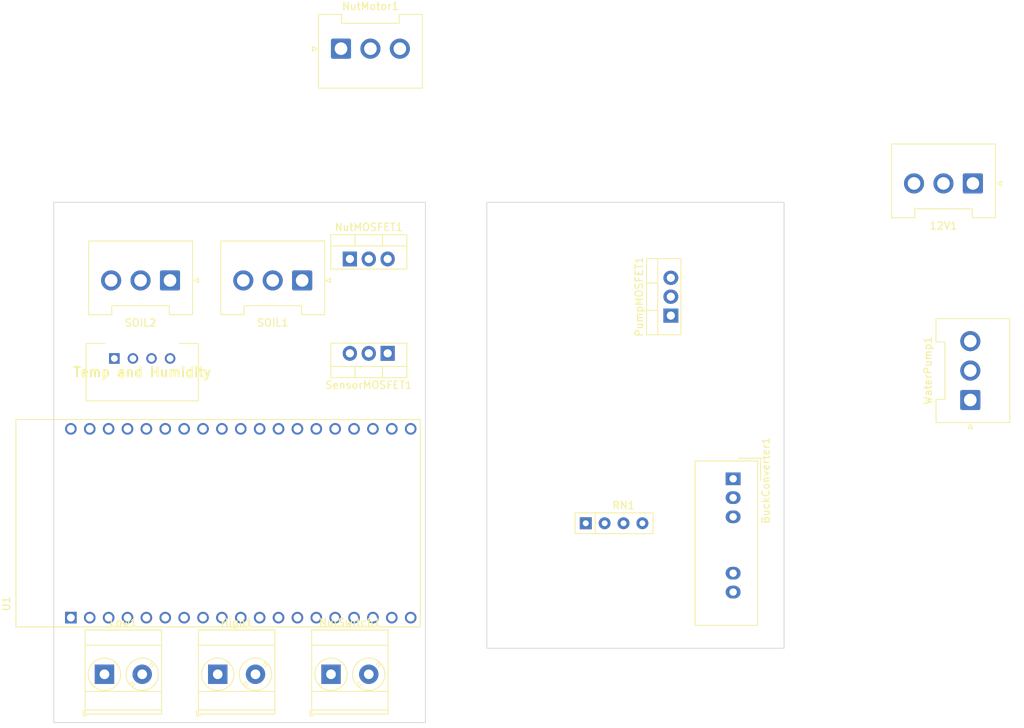
<source format=kicad_pcb>
(kicad_pcb (version 20211014) (generator pcbnew)
  (layers (0 "F.Cu" signal) (31 "B.Cu" signal) (34 "B.Paste" user) (35 "F.Paste" user) (36 "B.SilkS" user "B.Silkscreen") (37 "F.SilkS" user "F.Silkscreen") (38 "B.Mask" user) (39 "F.Mask" user) (44 "Edge.Cuts" user))
  (net 0 "")
  (net 6 "Net-(SensorMOSFET1-Pad2)")
  (net 7 "Net-(NutMOSFET1-Pad1)")
  (net 8 "Net-(12V1-Pad1)")
  (net 9 "Net-(SOIL1-Pad1)")
  (net 10 "Net-(SensorMOSFET1-Pad3)")
  (net 24 "Net-(SOIL1-Pad3)")
  (net 25 "Net-(SOIL2-Pad3)")
  (net 31 "Net-(12V1-Pad2)")
  (net 32 "Net-(U1-Pad9)")
  (net 33 "Net-(NutMotor1-Pad1)")
  (net 34 "Net-(U1-Pad10)")
  (net 39 "Net-(High1-Pad1)")
  (net 40 "Net-(U1-Pad21)")
  (net 41 "Net-(NutMOSFET1-Pad3)")
  (net 42 "Net-(U1-Pad11)")
  (net 43 "Net-(PumpMOSFET1-Pad1)")
  (net 44 "Net-(PumpMOSFET1-Pad3)")
  (net 45 "Net-(U1-Pad15)")
  (footprint "TerminalBlock_Phoenix:TerminalBlock_Phoenix_MKDS-3-2-5.08_1x02_P5.08mm_Horizontal" (layer "F.Cu") (at 137.16 111.76)
    (fp_text reference "High1" (at 2.54 -6.96) (layer "F.SilkS"))
    (fp_text value "WaterLevelSwitch")
    (fp_line (start -1.548 1.281) (end -1.654 1.388) (layer "F.SilkS") (width 0.12))
    (fp_line (start -1.282 1.547) (end -1.388 1.654) (layer "F.SilkS") (width 0.12))
    (fp_line (start 3.822 0.992) (end 3.427 1.388) (layer "F.SilkS") (width 0.12))
    (fp_line (start -2.6 4.8) (end 7.68 4.8) (layer "F.SilkS") (width 0.12))
    (fp_line (start -2.84 5.6) (end -2.34 5.6) (layer "F.SilkS") (width 0.12))
    (fp_line (start -2.6 2.3) (end 7.68 2.3) (layer "F.SilkS") (width 0.12))
    (fp_line (start -2.6 5.36) (end 7.68 5.36) (layer "F.SilkS") (width 0.12))
    (fp_line (start 4.073 1.274) (end 3.693 1.654) (layer "F.SilkS") (width 0.12))
    (fp_line (start 1.388 -1.654) (end 1.281 -1.547) (layer "F.SilkS") (width 0.12))
    (fp_line (start 6.734 -1.388) (end 6.339 -0.992) (layer "F.SilkS") (width 0.12))
    (fp_line (start -2.84 4.86) (end -2.84 5.6) (layer "F.SilkS") (width 0.12))
    (fp_line (start -2.6 -5.96) (end -2.6 5.36) (layer "F.SilkS") (width 0.12))
    (fp_line (start 1.654 -1.388) (end 1.547 -1.281) (layer "F.SilkS") (width 0.12))
    (fp_line (start -2.6 -3.9) (end 7.68 -3.9) (layer "F.SilkS") (width 0.12))
    (fp_line (start 7.68 -5.96) (end 7.68 5.36) (layer "F.SilkS") (width 0.12))
    (fp_line (start -2.6 -5.96) (end 7.68 -5.96) (layer "F.SilkS") (width 0.12))
    (fp_line (start 6.468 -1.654) (end 6.088 -1.274) (layer "F.SilkS") (width 0.12))
    (fp_circle (center 5.08 0) (end 7.26 0) (layer "F.SilkS") (width 0.12) (fill none))
    (fp_circle (center 0 0) (end 2.18 0) (layer "F.SilkS") (width 0.12) (fill none))
    (pad "1" thru_hole rect (at 0 0) (size 2.6 2.6) (drill 1.3) (layers *.Cu *.Mask) (net 39 "Net-(High1-Pad1)"))
    (pad "2" thru_hole circle (at 5.08 0) (size 2.6 2.6) (drill 1.3) (layers *.Cu *.Mask) (net 32 "Net-(U1-Pad9)"))
  )
  (footprint "TerminalBlock_Phoenix:TerminalBlock_Phoenix_MKDS-3-2-5.08_1x02_P5.08mm_Horizontal" (layer "F.Cu") (at 121.92 111.76)
    (fp_text reference "Low1" (at 2.54 -6.96) (layer "F.SilkS"))
    (fp_text value "WaterLevelSwitch")
    (fp_line (start 7.68 -5.96) (end 7.68 5.36) (layer "F.SilkS") (width 0.12))
    (fp_line (start -2.6 2.3) (end 7.68 2.3) (layer "F.SilkS") (width 0.12))
    (fp_line (start -1.282 1.547) (end -1.388 1.654) (layer "F.SilkS") (width 0.12))
    (fp_line (start 4.073 1.274) (end 3.693 1.654) (layer "F.SilkS") (width 0.12))
    (fp_line (start -2.6 -5.96) (end -2.6 5.36) (layer "F.SilkS") (width 0.12))
    (fp_line (start -2.6 5.36) (end 7.68 5.36) (layer "F.SilkS") (width 0.12))
    (fp_line (start -2.6 -3.9) (end 7.68 -3.9) (layer "F.SilkS") (width 0.12))
    (fp_line (start 1.654 -1.388) (end 1.547 -1.281) (layer "F.SilkS") (width 0.12))
    (fp_line (start -2.84 5.6) (end -2.34 5.6) (layer "F.SilkS") (width 0.12))
    (fp_line (start 6.468 -1.654) (end 6.088 -1.274) (layer "F.SilkS") (width 0.12))
    (fp_line (start 1.388 -1.654) (end 1.281 -1.547) (layer "F.SilkS") (width 0.12))
    (fp_line (start -2.6 4.8) (end 7.68 4.8) (layer "F.SilkS") (width 0.12))
    (fp_line (start 3.822 0.992) (end 3.427 1.388) (layer "F.SilkS") (width 0.12))
    (fp_line (start -2.6 -5.96) (end 7.68 -5.96) (layer "F.SilkS") (width 0.12))
    (fp_line (start -2.84 4.86) (end -2.84 5.6) (layer "F.SilkS") (width 0.12))
    (fp_line (start 6.734 -1.388) (end 6.339 -0.992) (layer "F.SilkS") (width 0.12))
    (fp_line (start -1.548 1.281) (end -1.654 1.388) (layer "F.SilkS") (width 0.12))
    (fp_circle (center 5.08 0) (end 7.26 0) (layer "F.SilkS") (width 0.12) (fill none))
    (fp_circle (center 0 0) (end 2.18 0) (layer "F.SilkS") (width 0.12) (fill none))
    (pad "1" thru_hole rect (at 0 0) (size 2.6 2.6) (drill 1.3) (layers *.Cu *.Mask) (net 39 "Net-(High1-Pad1)"))
    (pad "2" thru_hole circle (at 5.08 0) (size 2.6 2.6) (drill 1.3) (layers *.Cu *.Mask) (net 34 "Net-(U1-Pad10)"))
  )
  (footprint "Connector_JST:JST_VH_B3P-VH-FB-B_1x03_P3.96mm_Vertical" (layer "F.Cu") (at 148.5175 58.77 180)
    (fp_text reference "SOIL1" (at 3.96 -5.7) (layer "F.SilkS"))
    (fp_text value "Soil_Measure_Analog")
    (fp_line (start 0.09 -3.41) (end 7.83 -3.41) (layer "F.SilkS") (width 0.12))
    (fp_line (start -3.03 -4.61) (end 0.09 -4.61) (layer "F.SilkS") (width 0.12))
    (fp_line (start 10.95 -4.61) (end 10.95 5.31) (layer "F.SilkS") (width 0.12))
    (fp_line (start -3.83 -0.3) (end -3.23 0) (layer "F.SilkS") (width 0.12))
    (fp_line (start 7.83 -3.41) (end 7.83 -4.61) (layer "F.SilkS") (width 0.12))
    (fp_line (start -3.23 0) (end -3.83 0.3) (layer "F.SilkS") (width 0.12))
    (fp_line (start -3.03 5.31) (end -3.03 -4.61) (layer "F.SilkS") (width 0.12))
    (fp_line (start -3.83 0.3) (end -3.83 -0.3) (layer "F.SilkS") (width 0.12))
    (fp_line (start 7.83 -4.61) (end 10.95 -4.61) (layer "F.SilkS") (width 0.12))
    (fp_line (start 0.09 -4.61) (end 0.09 -3.41) (layer "F.SilkS") (width 0.12))
    (fp_line (start 10.95 5.31) (end -3.03 5.31) (layer "F.SilkS") (width 0.12))
    (pad "" np_thru_hole circle (at -1.5 -3.4 180) (size 1.45 1.45) (drill 1.45) (layers *.Cu *.Mask))
    (pad "1" thru_hole roundrect (at 0 0 180) (size 2.7 2.7) (drill 1.7) (layers *.Cu *.Mask) (roundrect_rratio 0.092593) (net 9 "Net-(SOIL1-Pad1)"))
    (pad "2" thru_hole circle (at 3.96 0 180) (size 2.7 2.7) (drill 1.7) (layers *.Cu *.Mask) (net 33 "Net-(NutMotor1-Pad1)"))
    (pad "3" thru_hole circle (at 7.92 0 180) (size 2.7 2.7) (drill 1.7) (layers *.Cu *.Mask) (net 24 "Net-(SOIL1-Pad3)"))
  )
  (footprint "Connector_JST:JST_VH_B3P-VH-FB-B_1x03_P3.96mm_Vertical" (layer "F.Cu") (at 238.41 74.8575 90)
    (fp_text reference "WaterPump1" (at 3.96 -5.7 90) (layer "F.SilkS"))
    (fp_text value "Motor_DC")
    (fp_line (start 10.95 -4.61) (end 10.95 5.31) (layer "F.SilkS") (width 0.12))
    (fp_line (start -3.03 -4.61) (end 0.09 -4.61) (layer "F.SilkS") (width 0.12))
    (fp_line (start 7.83 -3.41) (end 7.83 -4.61) (layer "F.SilkS") (width 0.12))
    (fp_line (start 0.09 -3.41) (end 7.83 -3.41) (layer "F.SilkS") (width 0.12))
    (fp_line (start -3.03 5.31) (end -3.03 -4.61) (layer "F.SilkS") (width 0.12))
    (fp_line (start -3.23 0) (end -3.83 0.3) (layer "F.SilkS") (width 0.12))
    (fp_line (start 10.95 5.31) (end -3.03 5.31) (layer "F.SilkS") (width 0.12))
    (fp_line (start 0.09 -4.61) (end 0.09 -3.41) (layer "F.SilkS") (width 0.12))
    (fp_line (start -3.83 0.3) (end -3.83 -0.3) (layer "F.SilkS") (width 0.12))
    (fp_line (start 7.83 -4.61) (end 10.95 -4.61) (layer "F.SilkS") (width 0.12))
    (fp_line (start -3.83 -0.3) (end -3.23 0) (layer "F.SilkS") (width 0.12))
    (pad "" np_thru_hole circle (at -1.5 -3.4 90) (size 1.45 1.45) (drill 1.45) (layers *.Cu *.Mask))
    (pad "1" thru_hole roundrect (at 0 0 90) (size 2.7 2.7) (drill 1.7) (layers *.Cu *.Mask) (roundrect_rratio 0.092593) (net 8 "Net-(12V1-Pad1)"))
    (pad "2" thru_hole circle (at 3.96 0 90) (size 2.7 2.7) (drill 1.7) (layers *.Cu *.Mask) (net 43 "Net-(PumpMOSFET1-Pad1)"))
    (pad "3" thru_hole circle (at 7.92 0 90) (size 2.7 2.7) (drill 1.7) (layers *.Cu *.Mask))
  )
  (footprint "Resistor_THT:R_Array_SIP4" (layer "F.Cu") (at 186.675 91.44)
    (fp_text reference "RN1" (at 5.08 -2.4) (layer "F.SilkS"))
    (fp_text value "VoltageDivider")
    (fp_line (start -1.44 1.4) (end 9.06 1.4) (layer "F.SilkS") (width 0.12))
    (fp_line (start -1.44 -1.4) (end -1.44 1.4) (layer "F.SilkS") (width 0.12))
    (fp_line (start 1.27 -1.4) (end 1.27 1.4) (layer "F.SilkS") (width 0.12))
    (fp_line (start 9.06 1.4) (end 9.06 -1.4) (layer "F.SilkS") (width 0.12))
    (fp_line (start 9.06 -1.4) (end -1.44 -1.4) (layer "F.SilkS") (width 0.12))
    (pad "1" thru_hole rect (at 0 0) (size 1.6 1.6) (drill 0.8) (layers *.Cu *.Mask) (net 31 "Net-(12V1-Pad2)"))
    (pad "2" thru_hole oval (at 2.54 0) (size 1.6 1.6) (drill 0.8) (layers *.Cu *.Mask) (net 45 "Net-(U1-Pad15)"))
    (pad "3" thru_hole oval (at 5.08 0) (size 1.6 1.6) (drill 0.8) (layers *.Cu *.Mask) (net 8 "Net-(12V1-Pad1)"))
    (pad "4" thru_hole oval (at 7.62 0) (size 1.6 1.6) (drill 0.8) (layers *.Cu *.Mask))
  )
  (footprint "TerminalBlock_Phoenix:TerminalBlock_Phoenix_MKDS-3-2-5.08_1x02_P5.08mm_Horizontal" (layer "F.Cu") (at 152.4 111.76)
    (fp_text reference "NutSwitch1" (at 2.54 -6.96) (layer "F.SilkS"))
    (fp_text value "Switch")
    (fp_line (start 1.654 -1.388) (end 1.547 -1.281) (layer "F.SilkS") (width 0.12))
    (fp_line (start 6.734 -1.388) (end 6.339 -0.992) (layer "F.SilkS") (width 0.12))
    (fp_line (start 1.388 -1.654) (end 1.281 -1.547) (layer "F.SilkS") (width 0.12))
    (fp_line (start -2.84 5.6) (end -2.34 5.6) (layer "F.SilkS") (width 0.12))
    (fp_line (start 4.073 1.274) (end 3.693 1.654) (layer "F.SilkS") (width 0.12))
    (fp_line (start 3.822 0.992) (end 3.427 1.388) (layer "F.SilkS") (width 0.12))
    (fp_line (start -2.6 -5.96) (end -2.6 5.36) (layer "F.SilkS") (width 0.12))
    (fp_line (start -2.6 -5.96) (end 7.68 -5.96) (layer "F.SilkS") (width 0.12))
    (fp_line (start -2.6 5.36) (end 7.68 5.36) (layer "F.SilkS") (width 0.12))
    (fp_line (start -2.84 4.86) (end -2.84 5.6) (layer "F.SilkS") (width 0.12))
    (fp_line (start -2.6 2.3) (end 7.68 2.3) (layer "F.SilkS") (width 0.12))
    (fp_line (start -1.548 1.281) (end -1.654 1.388) (layer "F.SilkS") (width 0.12))
    (fp_line (start -2.6 -3.9) (end 7.68 -3.9) (layer "F.SilkS") (width 0.12))
    (fp_line (start -1.282 1.547) (end -1.388 1.654) (layer "F.SilkS") (width 0.12))
    (fp_line (start 7.68 -5.96) (end 7.68 5.36) (layer "F.SilkS") (width 0.12))
    (fp_line (start 6.468 -1.654) (end 6.088 -1.274) (layer "F.SilkS") (width 0.12))
    (fp_line (start -2.6 4.8) (end 7.68 4.8) (layer "F.SilkS") (width 0.12))
    (fp_circle (center 0 0) (end 2.18 0) (layer "F.SilkS") (width 0.12) (fill none))
    (fp_circle (center 5.08 0) (end 7.26 0) (layer "F.SilkS") (width 0.12) (fill none))
    (pad "1" thru_hole rect (at 0 0) (size 2.6 2.6) (drill 1.3) (layers *.Cu *.Mask) (net 39 "Net-(High1-Pad1)"))
    (pad "2" thru_hole circle (at 5.08 0) (size 2.6 2.6) (drill 1.3) (layers *.Cu *.Mask) (net 42 "Net-(U1-Pad11)"))
  )
  (footprint "Converter_DCDC:Converter_DCDC_Murata_NCS1SxxxxSC_THT" (layer "F.Cu") (at 206.5025 85.4575 -90)
    (fp_text reference "BuckConverter1" (at 0.23 -4.395 -90) (layer "F.SilkS"))
    (fp_text value "DC12V-DC5V")
    (fp_text user "" (at -3 0 -90) (layer "F.SilkS"))
    (fp_line (start -2.39 5.12) (end 19.72 5.12) (layer "F.SilkS") (width 0.12))
    (fp_line (start -2.77 -0.69) (end -2.77 -3.69) (layer "F.SilkS") (width 0.12))
    (fp_line (start 19.72 -3.31) (end 19.72 5.12) (layer "F.SilkS") (width 0.12))
    (fp_line (start -2.77 -3.69) (end 0.23 -3.69) (layer "F.SilkS") (width 0.12))
    (fp_line (start -2.39 -3.31) (end -2.39 5.12) (layer "F.SilkS") (width 0.12))
    (fp_line (start -2.39 -3.31) (end 19.72 -3.31) (layer "F.SilkS") (width 0.12))
    (pad "1" thru_hole rect (at 0 0 270) (size 1.7 2) (drill 1) (layers *.Cu *.Mask) (net 31 "Net-(12V1-Pad2)"))
    (pad "2" thru_hole oval (at 2.54 0 270) (size 1.7 2) (drill 1) (layers *.Cu *.Mask) (net 8 "Net-(12V1-Pad1)"))
    (pad "3" thru_hole oval (at 5.12 0 270) (size 1.7 2) (drill 1) (layers *.Cu *.Mask))
    (pad "6" thru_hole oval (at 12.7 0 270) (size 1.7 2) (drill 1) (layers *.Cu *.Mask) (net 33 "Net-(NutMotor1-Pad1)"))
    (pad "7" thru_hole oval (at 15.24 0 270) (size 1.7 2) (drill 1) (layers *.Cu *.Mask))
  )
  (footprint "Package_TO_SOT_THT:TO-220-3_Vertical" (layer "F.Cu") (at 198.12 63.5 90)
    (fp_text reference "PumpMOSFET1" (at 2.54 -4.27 90) (layer "F.SilkS"))
    (fp_text value "IRLZ34N")
    (fp_line (start 7.66 -3.27) (end 7.66 1.371) (layer "F.SilkS") (width 0.12))
    (fp_line (start -2.58 -3.27) (end 7.66 -3.27) (layer "F.SilkS") (width 0.12))
    (fp_line (start -2.58 -1.76) (end 7.66 -1.76) (layer "F.SilkS") (width 0.12))
    (fp_line (start -2.58 1.371) (end 7.66 1.371) (layer "F.SilkS") (width 0.12))
    (fp_line (start 4.391 -3.27) (end 4.391 -1.76) (layer "F.SilkS") (width 0.12))
    (fp_line (start -2.58 -3.27) (end -2.58 1.371) (layer "F.SilkS") (width 0.12))
    (fp_line (start 0.69 -3.27) (end 0.69 -1.76) (layer "F.SilkS") (width 0.12))
    (pad "1" thru_hole rect (at 0 0 90) (size 1.905 2) (drill 1.1) (layers *.Cu *.Mask) (net 43 "Net-(PumpMOSFET1-Pad1)"))
    (pad "2" thru_hole oval (at 2.54 0 90) (size 1.905 2) (drill 1.1) (layers *.Cu *.Mask) (net 31 "Net-(12V1-Pad2)"))
    (pad "3" thru_hole oval (at 5.08 0 90) (size 1.905 2) (drill 1.1) (layers *.Cu *.Mask) (net 44 "Net-(PumpMOSFET1-Pad3)"))
  )
  (footprint "Package_TO_SOT_THT:TO-220-3_Vertical" (layer "F.Cu") (at 154.94 55.88)
    (fp_text reference "NutMOSFET1" (at 2.54 -4.27) (layer "F.SilkS"))
    (fp_text value "IRLZ34N")
    (fp_line (start -2.58 -1.76) (end 7.66 -1.76) (layer "F.SilkS") (width 0.12))
    (fp_line (start -2.58 1.371) (end 7.66 1.371) (layer "F.SilkS") (width 0.12))
    (fp_line (start 4.391 -3.27) (end 4.391 -1.76) (layer "F.SilkS") (width 0.12))
    (fp_line (start 0.69 -3.27) (end 0.69 -1.76) (layer "F.SilkS") (width 0.12))
    (fp_line (start -2.58 -3.27) (end -2.58 1.371) (layer "F.SilkS") (width 0.12))
    (fp_line (start 7.66 -3.27) (end 7.66 1.371) (layer "F.SilkS") (width 0.12))
    (fp_line (start -2.58 -3.27) (end 7.66 -3.27) (layer "F.SilkS") (width 0.12))
    (pad "1" thru_hole rect (at 0 0) (size 1.905 2) (drill 1.1) (layers *.Cu *.Mask) (net 7 "Net-(NutMOSFET1-Pad1)"))
    (pad "2" thru_hole oval (at 2.54 0) (size 1.905 2) (drill 1.1) (layers *.Cu *.Mask) (net 31 "Net-(12V1-Pad2)"))
    (pad "3" thru_hole oval (at 5.08 0) (size 1.905 2) (drill 1.1) (layers *.Cu *.Mask) (net 41 "Net-(NutMOSFET1-Pad3)"))
  )
  (footprint "Connector_JST:JST_VH_B3P-VH-FB-B_1x03_P3.96mm_Vertical" (layer "F.Cu") (at 130.7375 58.77 180)
    (fp_text reference "SOIL2" (at 3.96 -5.7) (layer "F.SilkS"))
    (fp_text value "Soil_Measure_Analog")
    (fp_line (start 0.09 -4.61) (end 0.09 -3.41) (layer "F.SilkS") (width 0.12))
    (fp_line (start -3.03 -4.61) (end 0.09 -4.61) (layer "F.SilkS") (width 0.12))
    (fp_line (start -3.83 -0.3) (end -3.23 0) (layer "F.SilkS") (width 0.12))
    (fp_line (start -3.23 0) (end -3.83 0.3) (layer "F.SilkS") (width 0.12))
    (fp_line (start 10.95 -4.61) (end 10.95 5.31) (layer "F.SilkS") (width 0.12))
    (fp_line (start 0.09 -3.41) (end 7.83 -3.41) (layer "F.SilkS") (width 0.12))
    (fp_line (start -3.03 5.31) (end -3.03 -4.61) (layer "F.SilkS") (width 0.12))
    (fp_line (start -3.83 0.3) (end -3.83 -0.3) (layer "F.SilkS") (width 0.12))
    (fp_line (start 7.83 -4.61) (end 10.95 -4.61) (layer "F.SilkS") (width 0.12))
    (fp_line (start 7.83 -3.41) (end 7.83 -4.61) (layer "F.SilkS") (width 0.12))
    (fp_line (start 10.95 5.31) (end -3.03 5.31) (layer "F.SilkS") (width 0.12))
    (pad "" np_thru_hole circle (at -1.5 -3.4 180) (size 1.45 1.45) (drill 1.45) (layers *.Cu *.Mask))
    (pad "1" thru_hole roundrect (at 0 0 180) (size 2.7 2.7) (drill 1.7) (layers *.Cu *.Mask) (roundrect_rratio 0.092593) (net 9 "Net-(SOIL1-Pad1)"))
    (pad "2" thru_hole circle (at 3.96 0 180) (size 2.7 2.7) (drill 1.7) (layers *.Cu *.Mask) (net 33 "Net-(NutMotor1-Pad1)"))
    (pad "3" thru_hole circle (at 7.92 0 180) (size 2.7 2.7) (drill 1.7) (layers *.Cu *.Mask) (net 25 "Net-(SOIL2-Pad3)"))
  )
  (footprint "Connector_JST:JST_VH_B3P-VH-FB-B_1x03_P3.96mm_Vertical" (layer "F.Cu") (at 153.7425 27.59)
    (fp_text reference "NutMotor1" (at 3.96 -5.7) (layer "F.SilkS"))
    (fp_text value "Motor_DC")
    (fp_line (start 10.95 5.31) (end -3.03 5.31) (layer "F.SilkS") (width 0.12))
    (fp_line (start -3.23 0) (end -3.83 0.3) (layer "F.SilkS") (width 0.12))
    (fp_line (start -3.03 -4.61) (end 0.09 -4.61) (layer "F.SilkS") (width 0.12))
    (fp_line (start -3.83 -0.3) (end -3.23 0) (layer "F.SilkS") (width 0.12))
    (fp_line (start 7.83 -4.61) (end 10.95 -4.61) (layer "F.SilkS") (width 0.12))
    (fp_line (start 7.83 -3.41) (end 7.83 -4.61) (layer "F.SilkS") (width 0.12))
    (fp_line (start -3.83 0.3) (end -3.83 -0.3) (layer "F.SilkS") (width 0.12))
    (fp_line (start 0.09 -3.41) (end 7.83 -3.41) (layer "F.SilkS") (width 0.12))
    (fp_line (start 10.95 -4.61) (end 10.95 5.31) (layer "F.SilkS") (width 0.12))
    (fp_line (start 0.09 -4.61) (end 0.09 -3.41) (layer "F.SilkS") (width 0.12))
    (fp_line (start -3.03 5.31) (end -3.03 -4.61) (layer "F.SilkS") (width 0.12))
    (pad "" np_thru_hole circle (at -1.5 -3.4) (size 1.45 1.45) (drill 1.45) (layers *.Cu *.Mask))
    (pad "1" thru_hole roundrect (at 0 0) (size 2.7 2.7) (drill 1.7) (layers *.Cu *.Mask) (roundrect_rratio 0.092593) (net 33 "Net-(NutMotor1-Pad1)"))
    (pad "2" thru_hole circle (at 3.96 0) (size 2.7 2.7) (drill 1.7) (layers *.Cu *.Mask) (net 7 "Net-(NutMOSFET1-Pad1)"))
    (pad "3" thru_hole circle (at 7.92 0) (size 2.7 2.7) (drill 1.7) (layers *.Cu *.Mask))
  )
  (footprint "LIB_DHT22:DHT22" (layer "F.Cu") (at 123.25 69.27)
    (fp_text reference "Temp and Humidity" (at 3.75 1.85) (layer "F.SilkS") (effects (font (size 1.27 1.27) (thickness 0.254))))
    (fp_text value "DHT22" hide)
    (fp_line (start -3.8 5.7) (end -3.8 5.7) (layer "F.SilkS") (width 0.1))
    (fp_line (start -3.8 5.7) (end -3.8 -2) (layer "F.SilkS") (width 0.1))
    (fp_line (start 11.3 -2) (end 11.3 -2) (layer "F.SilkS") (width 0.1))
    (fp_line (start 11.3 5.7) (end 11.3 5.7) (layer "F.SilkS") (width 0.1))
    (fp_line (start -3.8 -2) (end -3.8 -2) (layer "F.SilkS") (width 0.1))
    (fp_line (start -3.8 5.7) (end 11.3 5.7) (layer "F.SilkS") (width 0.1))
    (fp_line (start -3.8 5.7) (end -3.8 5.7) (layer "F.SilkS") (width 0.1))
    (fp_line (start 8.75 -2) (end 8.75 -2) (layer "F.SilkS") (width 0.1))
    (fp_line (start 11.3 -2) (end 11.3 -2) (layer "F.SilkS") (width 0.1))
    (fp_line (start 11.3 -2) (end 11.3 5.7) (layer "F.SilkS") (width 0.1))
    (fp_line (start -1.25 -2) (end -1.25 -2) (layer "F.SilkS") (width 0.1))
    (fp_line (start 8.75 -2) (end 11.3 -2) (layer "F.SilkS") (width 0.1))
    (fp_line (start 11.3 -2) (end 8.75 -2) (layer "F.SilkS") (width 0.1))
    (fp_line (start -1.25 -2) (end -3.8 -2) (layer "F.SilkS") (width 0.1))
    (fp_line (start 11.3 5.7) (end 11.3 5.7) (layer "F.SilkS") (width 0.1))
    (fp_line (start 11.3 5.7) (end 11.3 -2) (layer "F.SilkS") (width 0.1))
    (fp_line (start -3.8 -2) (end -3.8 5.7) (layer "F.SilkS") (width 0.1))
    (fp_line (start 11.3 5.7) (end -3.8 5.7) (layer "F.SilkS") (width 0.1))
    (fp_line (start -3.8 -2) (end -1.25 -2) (layer "F.SilkS") (width 0.1))
    (fp_line (start -3.8 -2) (end -3.8 -2) (layer "F.SilkS") (width 0.1))
    (pad "1" thru_hole rect locked (at 0 0) (size 1.416 1.416) (drill 0.91) (layers *.Cu *.Mask) (net 39 "Net-(High1-Pad1)"))
    (pad "2" thru_hole circle locked (at 2.5 0) (size 1.416 1.416) (drill 0.91) (layers *.Cu *.Mask) (net 40 "Net-(U1-Pad21)"))
    (pad "3" thru_hole circle locked (at 5 0) (size 1.416 1.416) (drill 0.91) (layers *.Cu *.Mask))
    (pad "4" thru_hole circle locked (at 7.5 0) (size 1.416 1.416) (drill 0.91) (layers *.Cu *.Mask) (net 6 "Net-(SensorMOSFET1-Pad2)"))
  )
  (footprint "Package_TO_SOT_THT:TO-220-3_Vertical" (layer "F.Cu") (at 160.02 68.58 180)
    (fp_text reference "SensorMOSFET1" (at 2.54 -4.27) (layer "F.SilkS"))
    (fp_text value "IRLZ34N")
    (fp_line (start 7.66 -3.27) (end 7.66 1.371) (layer "F.SilkS") (width 0.12))
    (fp_line (start 4.391 -3.27) (end 4.391 -1.76) (layer "F.SilkS") (width 0.12))
    (fp_line (start -2.58 -3.27) (end 7.66 -3.27) (layer "F.SilkS") (width 0.12))
    (fp_line (start -2.58 1.371) (end 7.66 1.371) (layer "F.SilkS") (width 0.12))
    (fp_line (start -2.58 -1.76) (end 7.66 -1.76) (layer "F.SilkS") (width 0.12))
    (fp_line (start 0.69 -3.27) (end 0.69 -1.76) (layer "F.SilkS") (width 0.12))
    (fp_line (start -2.58 -3.27) (end -2.58 1.371) (layer "F.SilkS") (width 0.12))
    (pad "1" thru_hole rect (at 0 0 180) (size 1.905 2) (drill 1.1) (layers *.Cu *.Mask) (net 9 "Net-(SOIL1-Pad1)"))
    (pad "2" thru_hole oval (at 2.54 0 180) (size 1.905 2) (drill 1.1) (layers *.Cu *.Mask) (net 6 "Net-(SensorMOSFET1-Pad2)"))
    (pad "3" thru_hole oval (at 5.08 0 180) (size 1.905 2) (drill 1.1) (layers *.Cu *.Mask) (net 10 "Net-(SensorMOSFET1-Pad3)"))
  )
  (footprint "Connector_JST:JST_VH_B3P-VH-FB-B_1x03_P3.96mm_Vertical" (layer "F.Cu") (at 238.76 45.72 180)
    (fp_text reference "12V1" (at 3.96 -5.7) (layer "F.SilkS"))
    (fp_text value "Battery")
    (fp_line (start 0.09 -4.61) (end 0.09 -3.41) (layer "F.SilkS") (width 0.12))
    (fp_line (start -3.83 -0.3) (end -3.23 0) (layer "F.SilkS") (width 0.12))
    (fp_line (start -3.03 5.31) (end -3.03 -4.61) (layer "F.SilkS") (width 0.12))
    (fp_line (start 7.83 -3.41) (end 7.83 -4.61) (layer "F.SilkS") (width 0.12))
    (fp_line (start -3.83 0.3) (end -3.83 -0.3) (layer "F.SilkS") (width 0.12))
    (fp_line (start -3.23 0) (end -3.83 0.3) (layer "F.SilkS") (width 0.12))
    (fp_line (start 10.95 5.31) (end -3.03 5.31) (layer "F.SilkS") (width 0.12))
    (fp_line (start 0.09 -3.41) (end 7.83 -3.41) (layer "F.SilkS") (width 0.12))
    (fp_line (start 10.95 -4.61) (end 10.95 5.31) (layer "F.SilkS") (width 0.12))
    (fp_line (start -3.03 -4.61) (end 0.09 -4.61) (layer "F.SilkS") (width 0.12))
    (fp_line (start 7.83 -4.61) (end 10.95 -4.61) (layer "F.SilkS") (width 0.12))
    (pad "" np_thru_hole circle (at -1.5 -3.4 180) (size 1.45 1.45) (drill 1.45) (layers *.Cu *.Mask))
    (pad "1" thru_hole roundrect (at 0 0 180) (size 2.7 2.7) (drill 1.7) (layers *.Cu *.Mask) (roundrect_rratio 0.092593) (net 8 "Net-(12V1-Pad1)"))
    (pad "2" thru_hole circle (at 3.96 0 180) (size 2.7 2.7) (drill 1.7) (layers *.Cu *.Mask) (net 31 "Net-(12V1-Pad2)"))
    (pad "3" thru_hole circle (at 7.92 0 180) (size 2.7 2.7) (drill 1.7) (layers *.Cu *.Mask))
  )
  (footprint "ESP32-DEVKITC-32D:MODULE_ESP32-DEVKITC-32D" (layer "F.Cu") (at 137.16 91.44 90)
    (fp_text reference "U1" (at -10.829175 -28.446045 90) (layer "F.SilkS") (effects (font (size 1.000386 1.000386))))
    (fp_text value "ESP32-DEVKITC-32D")
    (fp_line (start 13.95 27.25) (end -13.95 27.25) (layer "F.SilkS") (width 0.127))
    (fp_line (start -13.95 -27.15) (end 13.95 -27.15) (layer "F.SilkS") (width 0.127))
    (fp_line (start 13.95 -27.15) (end 13.95 27.25) (layer "F.SilkS") (width 0.127))
    (fp_line (start -13.95 27.25) (end -13.95 -27.15) (layer "F.SilkS") (width 0.127))
    (pad "1" thru_hole rect locked (at -12.7 -19.76 90) (size 1.56 1.56) (drill 1.04) (layers *.Cu *.Mask) (net 39 "Net-(High1-Pad1)"))
    (pad "2" thru_hole circle locked (at -12.7 -17.22 90) (size 1.56 1.56) (drill 1.04) (layers *.Cu *.Mask))
    (pad "3" thru_hole circle locked (at -12.7 -14.68 90) (size 1.56 1.56) (drill 1.04) (layers *.Cu *.Mask))
    (pad "4" thru_hole circle locked (at -12.7 -12.14 90) (size 1.56 1.56) (drill 1.04) (layers *.Cu *.Mask))
    (pad "5" thru_hole circle locked (at -12.7 -9.6 90) (size 1.56 1.56) (drill 1.04) (layers *.Cu *.Mask))
    (pad "6" thru_hole circle locked (at -12.7 -7.06 90) (size 1.56 1.56) (drill 1.04) (layers *.Cu *.Mask))
    (pad "7" thru_hole circle locked (at -12.7 -4.52 90) (size 1.56 1.56) (drill 1.04) (layers *.Cu *.Mask))
    (pad "8" thru_hole circle locked (at -12.7 -1.98 90) (size 1.56 1.56) (drill 1.04) (layers *.Cu *.Mask))
    (pad "9" thru_hole circle locked (at -12.7 0.56 90) (size 1.56 1.56) (drill 1.04) (layers *.Cu *.Mask) (net 32 "Net-(U1-Pad9)"))
    (pad "10" thru_hole circle locked (at -12.7 3.1 90) (size 1.56 1.56) (drill 1.04) (layers *.Cu *.Mask) (net 34 "Net-(U1-Pad10)"))
    (pad "11" thru_hole circle locked (at -12.7 5.64 90) (size 1.56 1.56) (drill 1.04) (layers *.Cu *.Mask) (net 42 "Net-(U1-Pad11)"))
    (pad "12" thru_hole circle locked (at -12.7 8.18 90) (size 1.56 1.56) (drill 1.04) (layers *.Cu *.Mask) (net 44 "Net-(PumpMOSFET1-Pad3)"))
    (pad "13" thru_hole circle locked (at -12.7 10.72 90) (size 1.56 1.56) (drill 1.04) (layers *.Cu *.Mask) (net 41 "Net-(NutMOSFET1-Pad3)"))
    (pad "14" thru_hole circle locked (at -12.7 13.26 90) (size 1.56 1.56) (drill 1.04) (layers *.Cu *.Mask) (net 31 "Net-(12V1-Pad2)"))
    (pad "15" thru_hole circle locked (at -12.7 15.8 90) (size 1.56 1.56) (drill 1.04) (layers *.Cu *.Mask) (net 45 "Net-(U1-Pad15)"))
    (pad "16" thru_hole circle locked (at -12.7 18.34 90) (size 1.56 1.56) (drill 1.04) (layers *.Cu *.Mask))
    (pad "17" thru_hole circle locked (at -12.7 20.88 90) (size 1.56 1.56) (drill 1.04) (layers *.Cu *.Mask))
    (pad "18" thru_hole circle locked (at -12.7 23.42 90) (size 1.56 1.56) (drill 1.04) (layers *.Cu *.Mask))
    (pad "19" thru_hole circle locked (at -12.7 25.96 90) (size 1.56 1.56) (drill 1.04) (layers *.Cu *.Mask) (net 33 "Net-(NutMotor1-Pad1)"))
    (pad "20" thru_hole circle locked (at 12.7 -19.76 90) (size 1.56 1.56) (drill 1.04) (layers *.Cu *.Mask) (net 6 "Net-(SensorMOSFET1-Pad2)"))
    (pad "21" thru_hole circle locked (at 12.7 -17.22 90) (size 1.56 1.56) (drill 1.04) (layers *.Cu *.Mask) (net 40 "Net-(U1-Pad21)"))
    (pad "22" thru_hole circle locked (at 12.7 -14.68 90) (size 1.56 1.56) (drill 1.04) (layers *.Cu *.Mask))
    (pad "23" thru_hole circle locked (at 12.7 -12.14 90) (size 1.56 1.56) (drill 1.04) (layers *.Cu *.Mask))
    (pad "24" thru_hole circle locked (at 12.7 -9.6 90) (size 1.56 1.56) (drill 1.04) (layers *.Cu *.Mask))
    (pad "25" thru_hole circle locked (at 12.7 -7.06 90) (size 1.56 1.56) (drill 1.04) (layers *.Cu *.Mask))
    (pad "26" thru_hole circle locked (at 12.7 -4.52 90) (size 1.56 1.56) (drill 1.04) (layers *.Cu *.Mask))
    (pad "27" thru_hole circle locked (at 12.7 -1.98 90) (size 1.56 1.56) (drill 1.04) (layers *.Cu *.Mask))
    (pad "28" thru_hole circle locked (at 12.7 0.56 90) (size 1.56 1.56) (drill 1.04) (layers *.Cu *.Mask))
    (pad "29" thru_hole circle locked (at 12.7 3.1 90) (size 1.56 1.56) (drill 1.04) (layers *.Cu *.Mask))
    (pad "30" thru_hole circle locked (at 12.7 5.64 90) (size 1.56 1.56) (drill 1.04) (layers *.Cu *.Mask))
    (pad "31" thru_hole circle locked (at 12.7 8.18 90) (size 1.56 1.56) (drill 1.04) (layers *.Cu *.Mask) (net 24 "Net-(SOIL1-Pad3)"))
    (pad "32" thru_hole circle locked (at 12.7 10.72 90) (size 1.56 1.56) (drill 1.04) (layers *.Cu *.Mask) (net 25 "Net-(SOIL2-Pad3)"))
    (pad "33" thru_hole circle locked (at 12.7 13.26 90) (size 1.56 1.56) (drill 1.04) (layers *.Cu *.Mask) (net 10 "Net-(SensorMOSFET1-Pad3)"))
    (pad "34" thru_hole circle locked (at 12.7 15.8 90) (size 1.56 1.56) (drill 1.04) (layers *.Cu *.Mask))
    (pad "35" thru_hole circle locked (at 12.7 18.34 90) (size 1.56 1.56) (drill 1.04) (layers *.Cu *.Mask))
    (pad "36" thru_hole circle locked (at 12.7 20.88 90) (size 1.56 1.56) (drill 1.04) (layers *.Cu *.Mask))
    (pad "37" thru_hole circle locked (at 12.7 23.42 90) (size 1.56 1.56) (drill 1.04) (layers *.Cu *.Mask))
    (pad "38" thru_hole circle locked (at 12.7 25.96 90) (size 1.56 1.56) (drill 1.04) (layers *.Cu *.Mask))
  )
  (gr_rect (start 203.2 114.3) (end 203.2 114.3) (layer "Edge.Cuts") (width 0.1) (fill none))
  (gr_rect (start 173.36 48.26) (end 213.36 108.26) (layer "Edge.Cuts") (width 0.1) (fill none))
  (gr_rect (start 165.1 118.26) (end 115.1 48.26) (layer "Edge.Cuts") (width 0.1) (fill none))
)
</source>
